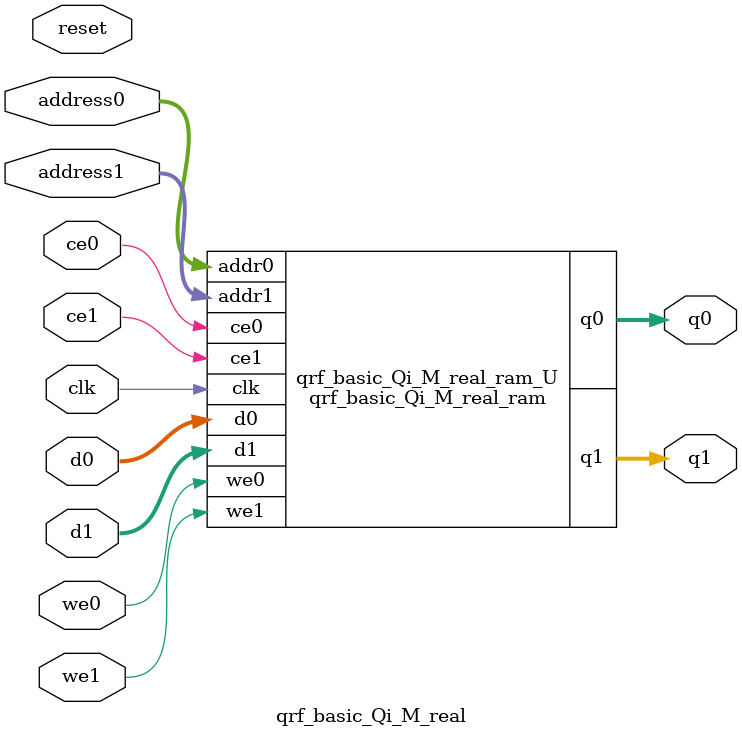
<source format=v>
`timescale 1 ns / 1 ps
module qrf_basic_Qi_M_real_ram (addr0, ce0, d0, we0, q0, addr1, ce1, d1, we1, q1,  clk);

parameter DWIDTH = 32;
parameter AWIDTH = 4;
parameter MEM_SIZE = 16;

input[AWIDTH-1:0] addr0;
input ce0;
input[DWIDTH-1:0] d0;
input we0;
output reg[DWIDTH-1:0] q0;
input[AWIDTH-1:0] addr1;
input ce1;
input[DWIDTH-1:0] d1;
input we1;
output reg[DWIDTH-1:0] q1;
input clk;

(* ram_style = "block" *)reg [DWIDTH-1:0] ram[0:MEM_SIZE-1];




always @(posedge clk)  
begin 
    if (ce0) 
    begin
        if (we0) 
        begin 
            ram[addr0] <= d0; 
        end 
        q0 <= ram[addr0];
    end
end


always @(posedge clk)  
begin 
    if (ce1) 
    begin
        if (we1) 
        begin 
            ram[addr1] <= d1; 
        end 
        q1 <= ram[addr1];
    end
end


endmodule

`timescale 1 ns / 1 ps
module qrf_basic_Qi_M_real(
    reset,
    clk,
    address0,
    ce0,
    we0,
    d0,
    q0,
    address1,
    ce1,
    we1,
    d1,
    q1);

parameter DataWidth = 32'd32;
parameter AddressRange = 32'd16;
parameter AddressWidth = 32'd4;
input reset;
input clk;
input[AddressWidth - 1:0] address0;
input ce0;
input we0;
input[DataWidth - 1:0] d0;
output[DataWidth - 1:0] q0;
input[AddressWidth - 1:0] address1;
input ce1;
input we1;
input[DataWidth - 1:0] d1;
output[DataWidth - 1:0] q1;



qrf_basic_Qi_M_real_ram qrf_basic_Qi_M_real_ram_U(
    .clk( clk ),
    .addr0( address0 ),
    .ce0( ce0 ),
    .we0( we0 ),
    .d0( d0 ),
    .q0( q0 ),
    .addr1( address1 ),
    .ce1( ce1 ),
    .we1( we1 ),
    .d1( d1 ),
    .q1( q1 ));

endmodule


</source>
